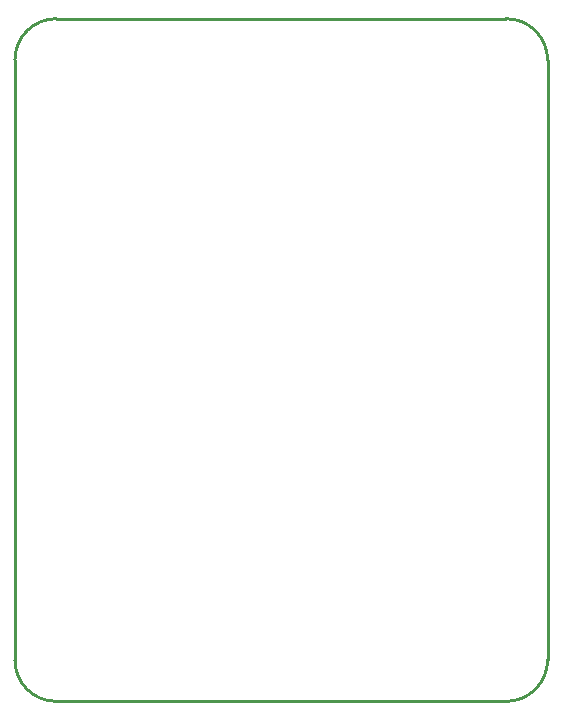
<source format=gbr>
%TF.GenerationSoftware,KiCad,Pcbnew,7.0.9*%
%TF.CreationDate,2024-03-23T18:35:21-04:00*%
%TF.ProjectId,charging_on_the_pad,63686172-6769-46e6-975f-6f6e5f746865,rev?*%
%TF.SameCoordinates,Original*%
%TF.FileFunction,Profile,NP*%
%FSLAX46Y46*%
G04 Gerber Fmt 4.6, Leading zero omitted, Abs format (unit mm)*
G04 Created by KiCad (PCBNEW 7.0.9) date 2024-03-23 18:35:21*
%MOMM*%
%LPD*%
G01*
G04 APERTURE LIST*
%TA.AperFunction,Profile*%
%ADD10C,0.254000*%
%TD*%
G04 APERTURE END LIST*
D10*
X175833800Y-79375000D02*
G75*
G03*
X172333800Y-75875000I-3500000J0D01*
G01*
X130733800Y-79375000D02*
X130733800Y-130175000D01*
X172333800Y-133675000D02*
G75*
G03*
X175833800Y-130175000I0J3500000D01*
G01*
X134233800Y-75875000D02*
X172333800Y-75875000D01*
X134233800Y-133675000D02*
X172333800Y-133675000D01*
X134233800Y-75875000D02*
G75*
G03*
X130733800Y-79375000I0J-3500000D01*
G01*
X175833800Y-79375000D02*
X175833800Y-130175000D01*
X130733800Y-130175000D02*
G75*
G03*
X134233800Y-133675000I3500000J0D01*
G01*
M02*

</source>
